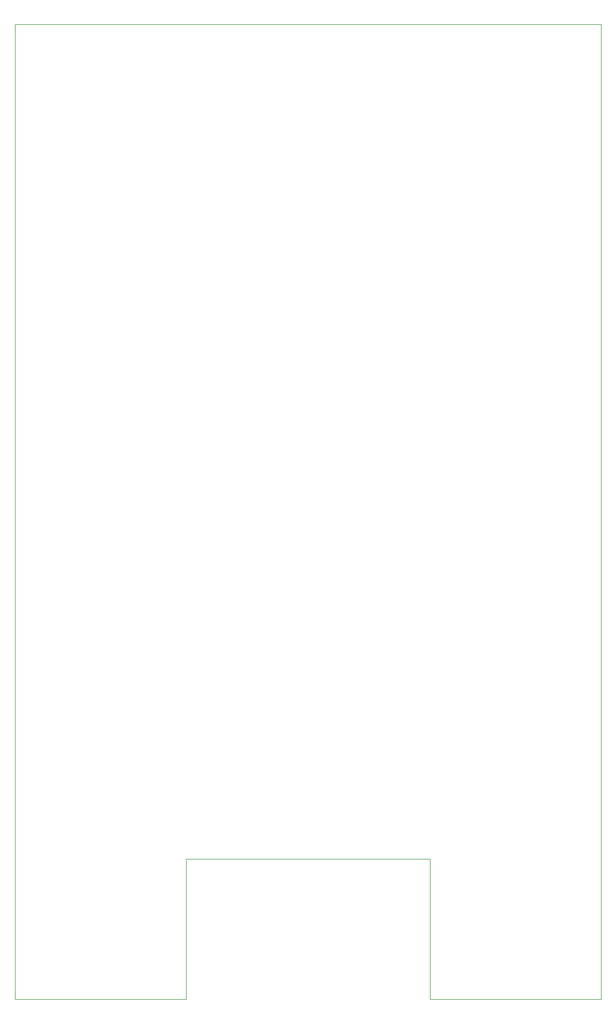
<source format=gm1>
G04 #@! TF.GenerationSoftware,KiCad,Pcbnew,7.0.2-6a45011f42~172~ubuntu22.04.1*
G04 #@! TF.CreationDate,2023-05-05T21:01:44-04:00*
G04 #@! TF.ProjectId,springReverbRev2_BackPCB,73707269-6e67-4526-9576-657262526576,rev?*
G04 #@! TF.SameCoordinates,Original*
G04 #@! TF.FileFunction,Profile,NP*
%FSLAX46Y46*%
G04 Gerber Fmt 4.6, Leading zero omitted, Abs format (unit mm)*
G04 Created by KiCad (PCBNEW 7.0.2-6a45011f42~172~ubuntu22.04.1) date 2023-05-05 21:01:44*
%MOMM*%
%LPD*%
G01*
G04 APERTURE LIST*
G04 #@! TA.AperFunction,Profile*
%ADD10C,0.100000*%
G04 #@! TD*
G04 APERTURE END LIST*
D10*
X102000000Y-20250000D02*
X198000000Y-20250000D01*
X130000000Y-179750000D02*
X102000000Y-179750000D01*
X170000000Y-179750000D02*
X170000000Y-156750000D01*
X198000000Y-20250000D02*
X198000000Y-179750000D01*
X102000000Y-179750000D02*
X102000000Y-20250000D01*
X130000000Y-156750000D02*
X130000000Y-179750000D01*
X198000000Y-179750000D02*
X170000000Y-179750000D01*
X170000000Y-156750000D02*
X130000000Y-156750000D01*
X198000000Y-20250000D02*
X198000000Y-20250000D01*
M02*

</source>
